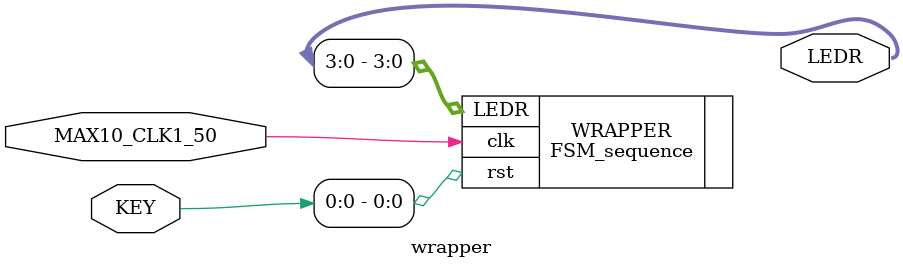
<source format=v>
module wrapper (
	input MAX10_CLK1_50,
	input [1:0] KEY,
	output [9:0] LEDR
);

FSM_sequence WRAPPER(
	.clk(MAX10_CLK1_50),
	.rst(KEY[0]),
	.LEDR(LEDR[3:0])
);

endmodule
</source>
